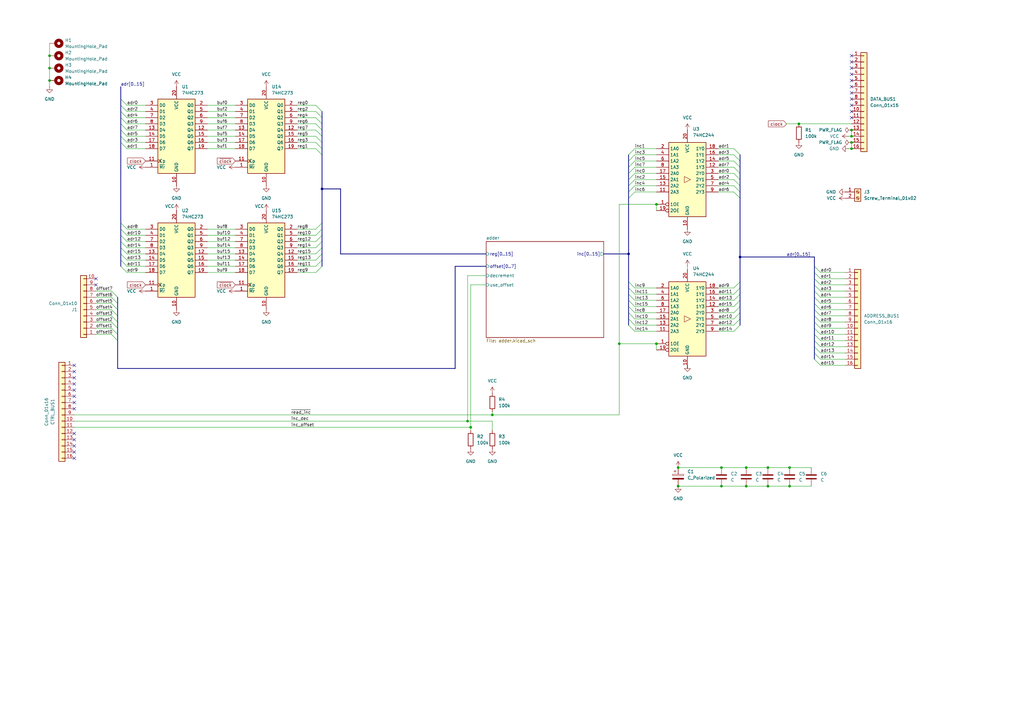
<source format=kicad_sch>
(kicad_sch (version 20250114) (generator "eeschema") (generator_version "9.0")
  (paper "A3")
  (title_block (title "PC-03 Increment Unit") (date "2025-10-28") (rev "B"))
  (lib_symbols
    (symbol "74xx:74HC244"
      (property "Reference" "U" (at -7.62 16.51 0))
      (property "Value" "74HC244" (at -7.62 -16.51 0))
      (symbol "74HC244_1_0"
        (polyline (pts (xy 1.27 0) (xy -1.27 1.27) (xy -1.27 -1.27) (xy 1.27 0)) (stroke (width 0.1524)))
        (pin input line (at -12.7 12.7 0) (length 5.08) (name "1A0") (number "2"))
        (pin input line (at -12.7 10.16 0) (length 5.08) (name "1A1") (number "4"))
        (pin input line (at -12.7 7.62 0) (length 5.08) (name "1A2") (number "6"))
        (pin input line (at -12.7 5.08 0) (length 5.08) (name "1A3") (number "8"))
        (pin input line (at -12.7 2.54 0) (length 5.08) (name "2A0") (number "17"))
        (pin input line (at -12.7 0 0) (length 5.08) (name "2A1") (number "15"))
        (pin input line (at -12.7 -2.54 0) (length 5.08) (name "2A2") (number "13"))
        (pin input line (at -12.7 -5.08 0) (length 5.08) (name "2A3") (number "11"))
        (pin input inverted (at -12.7 -10.16 0) (length 5.08) (name "1OE") (number "1"))
        (pin input inverted (at -12.7 -12.7 0) (length 5.08) (name "2OE") (number "19"))
        (pin power_in line (at 0 20.32 270) (length 5.08) (name "VCC") (number "20"))
        (pin power_in line (at 0 -20.32 90) (length 5.08) (name "GND") (number "10"))
        (pin tri_state line (at 12.7 12.7 180) (length 5.08) (name "1Y0") (number "18"))
        (pin tri_state line (at 12.7 10.16 180) (length 5.08) (name "1Y1") (number "16"))
        (pin tri_state line (at 12.7 7.62 180) (length 5.08) (name "1Y2") (number "14"))
        (pin tri_state line (at 12.7 5.08 180) (length 5.08) (name "1Y3") (number "12"))
        (pin tri_state line (at 12.7 2.54 180) (length 5.08) (name "2Y0") (number "3"))
        (pin tri_state line (at 12.7 0 180) (length 5.08) (name "2Y1") (number "5"))
        (pin tri_state line (at 12.7 -2.54 180) (length 5.08) (name "2Y2") (number "7"))
        (pin tri_state line (at 12.7 -5.08 180) (length 5.08) (name "2Y3") (number "9"))
      )
      (symbol "74HC244_1_1"
        (rectangle (start -7.62 15.24) (end 7.62 -15.24) (stroke (width 0.254)) (fill (type background)))
      )
    )
    (symbol "74xx:74HC273"
      (property "Reference" "U" (at -7.62 16.51 0))
      (property "Value" "74HC273" (at -7.62 -16.51 0))
      (symbol "74HC273_1_0"
        (pin input line (at -12.7 12.7 0) (length 5.08) (name "D0") (number "3"))
        (pin input line (at -12.7 10.16 0) (length 5.08) (name "D1") (number "4"))
        (pin input line (at -12.7 7.62 0) (length 5.08) (name "D2") (number "7"))
        (pin input line (at -12.7 5.08 0) (length 5.08) (name "D3") (number "8"))
        (pin input line (at -12.7 2.54 0) (length 5.08) (name "D4") (number "13"))
        (pin input line (at -12.7 0 0) (length 5.08) (name "D5") (number "14"))
        (pin input line (at -12.7 -2.54 0) (length 5.08) (name "D6") (number "17"))
        (pin input line (at -12.7 -5.08 0) (length 5.08) (name "D7") (number "18"))
        (pin input clock (at -12.7 -10.16 0) (length 5.08) (name "Cp") (number "11"))
        (pin input line (at -12.7 -12.7 0) (length 5.08) (name "~{Mr}") (number "1"))
        (pin power_in line (at 0 20.32 270) (length 5.08) (name "VCC") (number "20"))
        (pin power_in line (at 0 -20.32 90) (length 5.08) (name "GND") (number "10"))
        (pin output line (at 12.7 12.7 180) (length 5.08) (name "Q0") (number "2"))
        (pin output line (at 12.7 10.16 180) (length 5.08) (name "Q1") (number "5"))
        (pin output line (at 12.7 7.62 180) (length 5.08) (name "Q2") (number "6"))
        (pin output line (at 12.7 5.08 180) (length 5.08) (name "Q3") (number "9"))
        (pin output line (at 12.7 2.54 180) (length 5.08) (name "Q4") (number "12"))
        (pin output line (at 12.7 0 180) (length 5.08) (name "Q5") (number "15"))
        (pin output line (at 12.7 -2.54 180) (length 5.08) (name "Q6") (number "16"))
        (pin output line (at 12.7 -5.08 180) (length 5.08) (name "Q7") (number "19"))
      )
      (symbol "74HC273_1_1"
        (rectangle (start -7.62 15.24) (end 7.62 -15.24) (stroke (width 0.254)) (fill (type background)))
      )
    )
    (symbol "Connector:Screw_Terminal_01x02" (pin_names (offset 1.016) (hide yes))
      (property "Reference" "J" (at 0 2.54 0))
      (property "Value" "Screw_Terminal_01x02" (at 0 -5.08 0))
      (symbol "Screw_Terminal_01x02_1_1"
        (rectangle (start -1.27 1.27) (end 1.27 -3.81) (stroke (width 0.254)) (fill (type background)))
        (polyline (pts (xy -0.5334 0.3302) (xy 0.3302 -0.508)) (stroke (width 0.1524)))
        (polyline (pts (xy -0.5334 -2.2098) (xy 0.3302 -3.048)) (stroke (width 0.1524)))
        (polyline (pts (xy -0.3556 0.508) (xy 0.508 -0.3302)) (stroke (width 0.1524)))
        (polyline (pts (xy -0.3556 -2.032) (xy 0.508 -2.8702)) (stroke (width 0.1524)))
        (circle (center 0 0) (radius 0.635) (stroke (width 0.1524)))
        (circle (center 0 -2.54) (radius 0.635) (stroke (width 0.1524)))
        (pin passive line (at -5.08 0 0) (length 3.81) (name "Pin_1") (number "1"))
        (pin passive line (at -5.08 -2.54 0) (length 3.81) (name "Pin_2") (number "2"))
      )
    )
    (symbol "Connector_Generic:Conn_01x10" (pin_names (offset 1.016) (hide yes))
      (property "Reference" "J" (at 0 12.7 0))
      (property "Value" "Conn_01x10" (at 0 -15.24 0))
      (symbol "Conn_01x10_1_1"
        (rectangle (start -1.27 11.43) (end 1.27 -13.97) (stroke (width 0.254)) (fill (type background)))
        (rectangle (start -1.27 10.287) (end 0 10.033) (stroke (width 0.1524)))
        (rectangle (start -1.27 7.747) (end 0 7.493) (stroke (width 0.1524)))
        (rectangle (start -1.27 5.207) (end 0 4.953) (stroke (width 0.1524)))
        (rectangle (start -1.27 2.667) (end 0 2.413) (stroke (width 0.1524)))
        (rectangle (start -1.27 0.127) (end 0 -0.127) (stroke (width 0.1524)))
        (rectangle (start -1.27 -2.413) (end 0 -2.667) (stroke (width 0.1524)))
        (rectangle (start -1.27 -4.953) (end 0 -5.207) (stroke (width 0.1524)))
        (rectangle (start -1.27 -7.493) (end 0 -7.747) (stroke (width 0.1524)))
        (rectangle (start -1.27 -10.033) (end 0 -10.287) (stroke (width 0.1524)))
        (rectangle (start -1.27 -12.573) (end 0 -12.827) (stroke (width 0.1524)))
        (pin passive line (at -5.08 10.16 0) (length 3.81) (name "Pin_1") (number "1"))
        (pin passive line (at -5.08 7.62 0) (length 3.81) (name "Pin_2") (number "2"))
        (pin passive line (at -5.08 5.08 0) (length 3.81) (name "Pin_3") (number "3"))
        (pin passive line (at -5.08 2.54 0) (length 3.81) (name "Pin_4") (number "4"))
        (pin passive line (at -5.08 0 0) (length 3.81) (name "Pin_5") (number "5"))
        (pin passive line (at -5.08 -2.54 0) (length 3.81) (name "Pin_6") (number "6"))
        (pin passive line (at -5.08 -5.08 0) (length 3.81) (name "Pin_7") (number "7"))
        (pin passive line (at -5.08 -7.62 0) (length 3.81) (name "Pin_8") (number "8"))
        (pin passive line (at -5.08 -10.16 0) (length 3.81) (name "Pin_9") (number "9"))
        (pin passive line (at -5.08 -12.7 0) (length 3.81) (name "Pin_10") (number "10"))
      )
    )
    (symbol "Connector_Generic:Conn_01x16" (pin_names (offset 1.016) (hide yes))
      (property "Reference" "J" (at 0 20.32 0))
      (property "Value" "Conn_01x16" (at 0 -22.86 0))
      (symbol "Conn_01x16_1_1"
        (rectangle (start -1.27 19.05) (end 1.27 -21.59) (stroke (width 0.254)) (fill (type background)))
        (rectangle (start -1.27 17.907) (end 0 17.653) (stroke (width 0.1524)))
        (rectangle (start -1.27 15.367) (end 0 15.113) (stroke (width 0.1524)))
        (rectangle (start -1.27 12.827) (end 0 12.573) (stroke (width 0.1524)))
        (rectangle (start -1.27 10.287) (end 0 10.033) (stroke (width 0.1524)))
        (rectangle (start -1.27 7.747) (end 0 7.493) (stroke (width 0.1524)))
        (rectangle (start -1.27 5.207) (end 0 4.953) (stroke (width 0.1524)))
        (rectangle (start -1.27 2.667) (end 0 2.413) (stroke (width 0.1524)))
        (rectangle (start -1.27 0.127) (end 0 -0.127) (stroke (width 0.1524)))
        (rectangle (start -1.27 -2.413) (end 0 -2.667) (stroke (width 0.1524)))
        (rectangle (start -1.27 -4.953) (end 0 -5.207) (stroke (width 0.1524)))
        (rectangle (start -1.27 -7.493) (end 0 -7.747) (stroke (width 0.1524)))
        (rectangle (start -1.27 -10.033) (end 0 -10.287) (stroke (width 0.1524)))
        (rectangle (start -1.27 -12.573) (end 0 -12.827) (stroke (width 0.1524)))
        (rectangle (start -1.27 -15.113) (end 0 -15.367) (stroke (width 0.1524)))
        (rectangle (start -1.27 -17.653) (end 0 -17.907) (stroke (width 0.1524)))
        (rectangle (start -1.27 -20.193) (end 0 -20.447) (stroke (width 0.1524)))
        (pin passive line (at -5.08 17.78 0) (length 3.81) (name "Pin_1") (number "1"))
        (pin passive line (at -5.08 15.24 0) (length 3.81) (name "Pin_2") (number "2"))
        (pin passive line (at -5.08 12.7 0) (length 3.81) (name "Pin_3") (number "3"))
        (pin passive line (at -5.08 10.16 0) (length 3.81) (name "Pin_4") (number "4"))
        (pin passive line (at -5.08 7.62 0) (length 3.81) (name "Pin_5") (number "5"))
        (pin passive line (at -5.08 5.08 0) (length 3.81) (name "Pin_6") (number "6"))
        (pin passive line (at -5.08 2.54 0) (length 3.81) (name "Pin_7") (number "7"))
        (pin passive line (at -5.08 0 0) (length 3.81) (name "Pin_8") (number "8"))
        (pin passive line (at -5.08 -2.54 0) (length 3.81) (name "Pin_9") (number "9"))
        (pin passive line (at -5.08 -5.08 0) (length 3.81) (name "Pin_10") (number "10"))
        (pin passive line (at -5.08 -7.62 0) (length 3.81) (name "Pin_11") (number "11"))
        (pin passive line (at -5.08 -10.16 0) (length 3.81) (name "Pin_12") (number "12"))
        (pin passive line (at -5.08 -12.7 0) (length 3.81) (name "Pin_13") (number "13"))
        (pin passive line (at -5.08 -15.24 0) (length 3.81) (name "Pin_14") (number "14"))
        (pin passive line (at -5.08 -17.78 0) (length 3.81) (name "Pin_15") (number "15"))
        (pin passive line (at -5.08 -20.32 0) (length 3.81) (name "Pin_16") (number "16"))
      )
    )
    (symbol "Device:C" (pin_numbers (hide yes)) (pin_names (offset 0.254))
      (property "Reference" "C" (at 0.635 2.54 0))
      (property "Value" "C" (at 0.635 -2.54 0))
      (symbol "C_0_1"
        (polyline (pts (xy -2.032 0.762) (xy 2.032 0.762)) (stroke (width 0.508)))
        (polyline (pts (xy -2.032 -0.762) (xy 2.032 -0.762)) (stroke (width 0.508)))
      )
      (symbol "C_1_1"
        (pin passive line (at 0 3.81 270) (length 2.794) (name "~") (number "1"))
        (pin passive line (at 0 -3.81 90) (length 2.794) (name "~") (number "2"))
      )
    )
    (symbol "Device:C_Polarized" (pin_numbers (hide yes)) (pin_names (offset 0.254))
      (property "Reference" "C" (at 0.635 2.54 0))
      (property "Value" "C_Polarized" (at 0.635 -2.54 0))
      (symbol "C_Polarized_0_1"
        (rectangle (start -2.286 0.508) (end 2.286 1.016))
        (polyline (pts (xy -1.778 2.286) (xy -0.762 2.286)))
        (polyline (pts (xy -1.27 2.794) (xy -1.27 1.778)))
        (rectangle (start 2.286 -0.508) (end -2.286 -1.016) (fill (type outline)))
      )
      (symbol "C_Polarized_1_1"
        (pin passive line (at 0 3.81 270) (length 2.794) (name "~") (number "1"))
        (pin passive line (at 0 -3.81 90) (length 2.794) (name "~") (number "2"))
      )
    )
    (symbol "Device:R" (pin_numbers (hide yes)) (pin_names (offset 0))
      (property "Reference" "R" (at 2.032 0 90))
      (property "Value" "R" (at 0 0 90))
      (symbol "R_0_1"
        (rectangle (start -1.016 -2.54) (end 1.016 2.54) (stroke (width 0.254)))
      )
      (symbol "R_1_1"
        (pin passive line (at 0 3.81 270) (length 1.27) (name "~") (number "1"))
        (pin passive line (at 0 -3.81 90) (length 1.27) (name "~") (number "2"))
      )
    )
    (symbol "Mechanical:MountingHole_Pad" (pin_numbers (hide yes)) (pin_names (offset 1.016) (hide yes)) (exclude_from_sim yes) (in_bom no)
      (property "Reference" "H" (at 0 6.35 0))
      (property "Value" "MountingHole_Pad" (at 0 4.445 0))
      (symbol "MountingHole_Pad_0_1"
        (circle (center 0 1.27) (radius 1.27) (stroke (width 1.27)))
      )
      (symbol "MountingHole_Pad_1_1"
        (pin input line (at 0 -2.54 90) (length 2.54) (name "1") (number "1"))
      )
    )
    (symbol "power:GND" (power) (pin_numbers (hide yes)) (pin_names (offset 0) (hide yes))
      (property "Value" "GND" (at 0 -3.81 0))
      (symbol "GND_0_1"
        (polyline (pts (xy 0 0) (xy 0 -1.27) (xy 1.27 -1.27) (xy 0 -2.54) (xy -1.27 -1.27) (xy 0 -1.27)))
      )
      (symbol "GND_1_1"
        (pin power_in line (at 0 0 270) (length 0) (name "~") (number "1"))
      )
    )
    (symbol "power:PWR_FLAG" (power) (pin_numbers (hide yes)) (pin_names (offset 0) (hide yes))
      (property "Value" "PWR_FLAG" (at 0 3.81 0))
      (symbol "PWR_FLAG_0_0"
        (pin power_out line (at 0 0 90) (length 0) (name "~") (number "1"))
      )
      (symbol "PWR_FLAG_0_1"
        (polyline (pts (xy 0 0) (xy 0 1.27) (xy -1.016 1.905) (xy 0 2.54) (xy 1.016 1.905) (xy 0 1.27)))
      )
    )
    (symbol "power:VCC" (power) (pin_numbers (hide yes)) (pin_names (offset 0) (hide yes))
      (property "Value" "VCC" (at 0 3.556 0))
      (symbol "VCC_0_1"
        (polyline (pts (xy -0.762 1.27) (xy 0 2.54)))
        (polyline (pts (xy 0 2.54) (xy 0.762 1.27)))
        (polyline (pts (xy 0 0) (xy 0 2.54)))
      )
      (symbol "VCC_1_1"
        (pin power_in line (at 0 0 90) (length 0) (name "~") (number "1"))
      )
    )
  )
  (junction (at 349.25 53.34))
  (junction (at 20.32 33.02))
  (junction (at 278.13 191.77))
  (junction (at 323.85 191.77))
  (junction (at 269.24 140.97))
  (junction (at 20.32 27.94))
  (junction (at 257.81 104.14))
  (junction (at 314.96 199.39))
  (junction (at 323.85 199.39))
  (junction (at 132.08 77.47))
  (junction (at 306.07 191.77))
  (junction (at 191.77 172.72))
  (junction (at 254 140.97))
  (junction (at 303.53 105.41))
  (junction (at 20.32 22.86))
  (junction (at 295.91 191.77))
  (junction (at 349.25 55.88))
  (junction (at 349.25 60.96))
  (junction (at 349.25 58.42))
  (junction (at 327.66 50.8))
  (junction (at 306.07 199.39))
  (junction (at 278.13 199.39))
  (junction (at 269.24 83.82))
  (junction (at 193.04 175.26))
  (junction (at 295.91 199.39))
  (junction (at 314.96 191.77))
  (junction (at 201.93 170.18))
  (no_connect (at 349.25 43.18))
  (no_connect (at 30.48 177.8))
  (no_connect (at 30.48 185.42))
  (no_connect (at 39.37 114.3))
  (no_connect (at 349.25 45.72))
  (no_connect (at 30.48 154.94))
  (no_connect (at 30.48 152.4))
  (no_connect (at 349.25 22.86))
  (no_connect (at 349.25 27.94))
  (no_connect (at 30.48 162.56))
  (no_connect (at 30.48 187.96))
  (no_connect (at 349.25 30.48))
  (no_connect (at 30.48 149.86))
  (no_connect (at 349.25 33.02))
  (no_connect (at 349.25 25.4))
  (no_connect (at 30.48 180.34))
  (no_connect (at 349.25 40.64))
  (no_connect (at 30.48 157.48))
  (no_connect (at 39.37 116.84))
  (no_connect (at 30.48 160.02))
  (no_connect (at 349.25 38.1))
  (no_connect (at 30.48 167.64))
  (no_connect (at 349.25 48.26))
  (no_connect (at 349.25 35.56))
  (no_connect (at 30.48 165.1))
  (no_connect (at 30.48 182.88))
  (bus_entry (at 132.08 96.52) (size -2.54 2.54))
  (bus_entry (at 48.26 137.16) (size -2.54 -2.54))
  (bus_entry (at 303.53 73.66) (size -2.54 -2.54))
  (bus_entry (at 48.26 121.92) (size -2.54 -2.54))
  (bus_entry (at 132.08 45.72) (size -2.54 -2.54))
  (bus_entry (at 257.81 81.28) (size 2.54 -2.54))
  (bus_entry (at 334.01 127) (size 2.54 2.54))
  (bus_entry (at 49.53 55.88) (size 2.54 2.54))
  (bus_entry (at 303.53 76.2) (size -2.54 -2.54))
  (bus_entry (at 257.81 120.65) (size 2.54 2.54))
  (bus_entry (at 334.01 142.24) (size 2.54 2.54))
  (bus_entry (at 49.53 91.44) (size 2.54 2.54))
  (bus_entry (at 303.53 123.19) (size -2.54 2.54))
  (bus_entry (at 132.08 109.22) (size -2.54 2.54))
  (bus_entry (at 132.08 60.96) (size -2.54 -2.54))
  (bus_entry (at 303.53 125.73) (size -2.54 2.54))
  (bus_entry (at 334.01 132.08) (size 2.54 2.54))
  (bus_entry (at 303.53 63.5) (size -2.54 -2.54))
  (bus_entry (at 257.81 115.57) (size 2.54 2.54))
  (bus_entry (at 132.08 53.34) (size -2.54 -2.54))
  (bus_entry (at 48.26 132.08) (size -2.54 -2.54))
  (bus_entry (at 132.08 55.88) (size -2.54 -2.54))
  (bus_entry (at 334.01 139.7) (size 2.54 2.54))
  (bus_entry (at 257.81 78.74) (size 2.54 -2.54))
  (bus_entry (at 303.53 118.11) (size -2.54 2.54))
  (bus_entry (at 334.01 111.76) (size 2.54 2.54))
  (bus_entry (at 303.53 133.35) (size -2.54 2.54))
  (bus_entry (at 48.26 134.62) (size -2.54 -2.54))
  (bus_entry (at 334.01 147.32) (size 2.54 2.54))
  (bus_entry (at 49.53 40.64) (size 2.54 2.54))
  (bus_entry (at 303.53 71.12) (size -2.54 -2.54))
  (bus_entry (at 334.01 121.92) (size 2.54 2.54))
  (bus_entry (at 132.08 101.6) (size -2.54 2.54))
  (bus_entry (at 334.01 129.54) (size 2.54 2.54))
  (bus_entry (at 48.26 139.7) (size -2.54 -2.54))
  (bus_entry (at 49.53 58.42) (size 2.54 2.54))
  (bus_entry (at 303.53 81.28) (size -2.54 -2.54))
  (bus_entry (at 334.01 119.38) (size 2.54 2.54))
  (bus_entry (at 48.26 124.46) (size -2.54 -2.54))
  (bus_entry (at 303.53 66.04) (size -2.54 -2.54))
  (bus_entry (at 257.81 133.35) (size 2.54 2.54))
  (bus_entry (at 334.01 116.84) (size 2.54 2.54))
  (bus_entry (at 334.01 144.78) (size 2.54 2.54))
  (bus_entry (at 49.53 106.68) (size 2.54 2.54))
  (bus_entry (at 257.81 128.27) (size 2.54 2.54))
  (bus_entry (at 132.08 48.26) (size -2.54 -2.54))
  (bus_entry (at 132.08 91.44) (size -2.54 2.54))
  (bus_entry (at 132.08 58.42) (size -2.54 -2.54))
  (bus_entry (at 257.81 130.81) (size 2.54 2.54))
  (bus_entry (at 132.08 93.98) (size -2.54 2.54))
  (bus_entry (at 49.53 53.34) (size 2.54 2.54))
  (bus_entry (at 257.81 76.2) (size 2.54 -2.54))
  (bus_entry (at 49.53 96.52) (size 2.54 2.54))
  (bus_entry (at 257.81 63.5) (size 2.54 -2.54))
  (bus_entry (at 48.26 129.54) (size -2.54 -2.54))
  (bus_entry (at 257.81 66.04) (size 2.54 -2.54))
  (bus_entry (at 49.53 93.98) (size 2.54 2.54))
  (bus_entry (at 334.01 114.3) (size 2.54 2.54))
  (bus_entry (at 303.53 128.27) (size -2.54 2.54))
  (bus_entry (at 303.53 115.57) (size -2.54 2.54))
  (bus_entry (at 257.81 125.73) (size 2.54 2.54))
  (bus_entry (at 303.53 120.65) (size -2.54 2.54))
  (bus_entry (at 334.01 137.16) (size 2.54 2.54))
  (bus_entry (at 49.53 101.6) (size 2.54 2.54))
  (bus_entry (at 49.53 104.14) (size 2.54 2.54))
  (bus_entry (at 257.81 68.58) (size 2.54 -2.54))
  (bus_entry (at 49.53 99.06) (size 2.54 2.54))
  (bus_entry (at 49.53 43.18) (size 2.54 2.54))
  (bus_entry (at 49.53 45.72) (size 2.54 2.54))
  (bus_entry (at 132.08 104.14) (size -2.54 2.54))
  (bus_entry (at 132.08 50.8) (size -2.54 -2.54))
  (bus_entry (at 257.81 73.66) (size 2.54 -2.54))
  (bus_entry (at 132.08 106.68) (size -2.54 2.54))
  (bus_entry (at 257.81 118.11) (size 2.54 2.54))
  (bus_entry (at 49.53 109.22) (size 2.54 2.54))
  (bus_entry (at 303.53 130.81) (size -2.54 2.54))
  (bus_entry (at 257.81 71.12) (size 2.54 -2.54))
  (bus_entry (at 334.01 124.46) (size 2.54 2.54))
  (bus_entry (at 334.01 134.62) (size 2.54 2.54))
  (bus_entry (at 48.26 127) (size -2.54 -2.54))
  (bus_entry (at 49.53 50.8) (size 2.54 2.54))
  (bus_entry (at 303.53 78.74) (size -2.54 -2.54))
  (bus_entry (at 303.53 68.58) (size -2.54 -2.54))
  (bus_entry (at 132.08 63.5) (size -2.54 -2.54))
  (bus_entry (at 334.01 109.22) (size 2.54 2.54))
  (bus_entry (at 257.81 123.19) (size 2.54 2.54))
  (bus_entry (at 132.08 99.06) (size -2.54 2.54))
  (bus_entry (at 49.53 48.26) (size 2.54 2.54))
  (bus (pts (xy 49.53 93.98) (xy 49.53 96.52)))
  (bus (pts (xy 303.53 105.41) (xy 303.53 115.57)))
  (wire (pts (xy 327.66 50.8) (xy 349.25 50.8)))
  (bus (pts (xy 303.53 63.5) (xy 303.53 66.04)))
  (wire (pts (xy 306.07 199.39) (xy 314.96 199.39)))
  (bus (pts (xy 49.53 50.8) (xy 49.53 53.34)))
  (wire (pts (xy 52.07 106.68) (xy 59.69 106.68)))
  (bus (pts (xy 303.53 125.73) (xy 303.53 128.27)))
  (wire (pts (xy 336.55 111.76) (xy 346.71 111.76)))
  (wire (pts (xy 336.55 124.46) (xy 346.71 124.46)))
  (bus (pts (xy 49.53 91.44) (xy 49.53 93.98)))
  (wire (pts (xy 52.07 60.96) (xy 59.69 60.96)))
  (bus (pts (xy 257.81 104.14) (xy 257.81 115.57)))
  (wire (pts (xy 30.48 170.18) (xy 201.93 170.18)))
  (bus (pts (xy 334.01 139.7) (xy 334.01 142.24)))
  (wire (pts (xy 254 140.97) (xy 254 83.82)))
  (bus (pts (xy 132.08 58.42) (xy 132.08 60.96)))
  (wire (pts (xy 96.52 55.88) (xy 85.09 55.88)))
  (wire (pts (xy 347.98 60.96) (xy 349.25 60.96)))
  (wire (pts (xy 96.52 93.98) (xy 85.09 93.98)))
  (wire (pts (xy 39.37 121.92) (xy 45.72 121.92)))
  (wire (pts (xy 52.07 111.76) (xy 59.69 111.76)))
  (wire (pts (xy 52.07 101.6) (xy 59.69 101.6)))
  (bus (pts (xy 132.08 99.06) (xy 132.08 101.6)))
  (wire (pts (xy 96.52 53.34) (xy 85.09 53.34)))
  (bus (pts (xy 257.81 73.66) (xy 257.81 76.2)))
  (wire (pts (xy 306.07 191.77) (xy 314.96 191.77)))
  (bus (pts (xy 199.39 104.14) (xy 139.7 104.14)))
  (bus (pts (xy 132.08 77.47) (xy 132.08 91.44)))
  (wire (pts (xy 278.13 199.39) (xy 295.91 199.39)))
  (bus (pts (xy 257.81 118.11) (xy 257.81 120.65)))
  (wire (pts (xy 121.92 45.72) (xy 129.54 45.72)))
  (bus (pts (xy 49.53 58.42) (xy 49.53 91.44)))
  (bus (pts (xy 303.53 120.65) (xy 303.53 123.19)))
  (wire (pts (xy 201.93 170.18) (xy 254 170.18)))
  (wire (pts (xy 121.92 48.26) (xy 129.54 48.26)))
  (wire (pts (xy 269.24 83.82) (xy 269.24 86.36)))
  (wire (pts (xy 52.07 45.72) (xy 59.69 45.72)))
  (bus (pts (xy 48.26 124.46) (xy 48.26 127)))
  (bus (pts (xy 334.01 114.3) (xy 334.01 116.84)))
  (wire (pts (xy 294.64 68.58) (xy 300.99 68.58)))
  (bus (pts (xy 132.08 50.8) (xy 132.08 53.34)))
  (bus (pts (xy 257.81 71.12) (xy 257.81 73.66)))
  (bus (pts (xy 334.01 129.54) (xy 334.01 132.08)))
  (bus (pts (xy 132.08 101.6) (xy 132.08 104.14)))
  (bus (pts (xy 139.7 104.14) (xy 139.7 77.47)))
  (wire (pts (xy 191.77 172.72) (xy 191.77 113.03)))
  (bus (pts (xy 257.81 63.5) (xy 257.81 66.04)))
  (wire (pts (xy 121.92 109.22) (xy 129.54 109.22)))
  (bus (pts (xy 49.53 45.72) (xy 49.53 48.26)))
  (wire (pts (xy 336.55 139.7) (xy 346.71 139.7)))
  (wire (pts (xy 336.55 149.86) (xy 346.71 149.86)))
  (bus (pts (xy 48.26 132.08) (xy 48.26 134.62)))
  (wire (pts (xy 336.55 114.3) (xy 346.71 114.3)))
  (wire (pts (xy 260.35 118.11) (xy 269.24 118.11)))
  (wire (pts (xy 201.93 172.72) (xy 201.93 176.53)))
  (bus (pts (xy 132.08 53.34) (xy 132.08 55.88)))
  (bus (pts (xy 132.08 55.88) (xy 132.08 58.42)))
  (wire (pts (xy 336.55 116.84) (xy 346.71 116.84)))
  (wire (pts (xy 294.64 135.89) (xy 300.99 135.89)))
  (bus (pts (xy 303.53 118.11) (xy 303.53 120.65)))
  (bus (pts (xy 257.81 125.73) (xy 257.81 128.27)))
  (wire (pts (xy 20.32 27.94) (xy 20.32 33.02)))
  (bus (pts (xy 48.26 137.16) (xy 48.26 139.7)))
  (wire (pts (xy 20.32 17.78) (xy 20.32 22.86)))
  (wire (pts (xy 336.55 127) (xy 346.71 127)))
  (bus (pts (xy 49.53 40.64) (xy 49.53 43.18)))
  (wire (pts (xy 121.92 101.6) (xy 129.54 101.6)))
  (wire (pts (xy 96.52 43.18) (xy 85.09 43.18)))
  (wire (pts (xy 52.07 104.14) (xy 59.69 104.14)))
  (wire (pts (xy 254 140.97) (xy 269.24 140.97)))
  (bus (pts (xy 247.65 104.14) (xy 257.81 104.14)))
  (bus (pts (xy 303.53 68.58) (xy 303.53 71.12)))
  (wire (pts (xy 39.37 127) (xy 45.72 127)))
  (wire (pts (xy 260.35 60.96) (xy 269.24 60.96)))
  (wire (pts (xy 260.35 71.12) (xy 269.24 71.12)))
  (bus (pts (xy 132.08 91.44) (xy 132.08 93.98)))
  (wire (pts (xy 254 83.82) (xy 269.24 83.82)))
  (bus (pts (xy 303.53 81.28) (xy 303.53 105.41)))
  (bus (pts (xy 186.69 109.22) (xy 199.39 109.22)))
  (bus (pts (xy 303.53 66.04) (xy 303.53 68.58)))
  (wire (pts (xy 96.52 96.52) (xy 85.09 96.52)))
  (wire (pts (xy 52.07 96.52) (xy 59.69 96.52)))
  (wire (pts (xy 260.35 66.04) (xy 269.24 66.04)))
  (bus (pts (xy 48.26 139.7) (xy 48.26 151.13)))
  (wire (pts (xy 39.37 124.46) (xy 45.72 124.46)))
  (wire (pts (xy 260.35 133.35) (xy 269.24 133.35)))
  (bus (pts (xy 132.08 48.26) (xy 132.08 50.8)))
  (wire (pts (xy 336.55 129.54) (xy 346.71 129.54)))
  (bus (pts (xy 132.08 60.96) (xy 132.08 63.5)))
  (wire (pts (xy 193.04 116.84) (xy 193.04 175.26)))
  (bus (pts (xy 334.01 127) (xy 334.01 129.54)))
  (wire (pts (xy 294.64 133.35) (xy 300.99 133.35)))
  (bus (pts (xy 334.01 124.46) (xy 334.01 127)))
  (wire (pts (xy 52.07 48.26) (xy 59.69 48.26)))
  (bus (pts (xy 303.53 73.66) (xy 303.53 76.2)))
  (bus (pts (xy 132.08 106.68) (xy 132.08 109.22)))
  (wire (pts (xy 336.55 142.24) (xy 346.71 142.24)))
  (wire (pts (xy 52.07 53.34) (xy 59.69 53.34)))
  (bus (pts (xy 257.81 130.81) (xy 257.81 133.35)))
  (bus (pts (xy 48.26 129.54) (xy 48.26 132.08)))
  (wire (pts (xy 336.55 132.08) (xy 346.71 132.08)))
  (wire (pts (xy 121.92 111.76) (xy 129.54 111.76)))
  (wire (pts (xy 294.64 128.27) (xy 300.99 128.27)))
  (bus (pts (xy 303.53 71.12) (xy 303.53 73.66)))
  (wire (pts (xy 96.52 111.76) (xy 85.09 111.76)))
  (wire (pts (xy 30.48 172.72) (xy 191.77 172.72)))
  (wire (pts (xy 336.55 137.16) (xy 346.71 137.16)))
  (wire (pts (xy 96.52 60.96) (xy 85.09 60.96)))
  (bus (pts (xy 334.01 111.76) (xy 334.01 114.3)))
  (bus (pts (xy 303.53 128.27) (xy 303.53 130.81)))
  (bus (pts (xy 48.26 127) (xy 48.26 129.54)))
  (wire (pts (xy 121.92 55.88) (xy 129.54 55.88)))
  (bus (pts (xy 257.81 115.57) (xy 257.81 118.11)))
  (wire (pts (xy 281.94 110.49) (xy 281.94 109.22)))
  (bus (pts (xy 49.53 96.52) (xy 49.53 99.06)))
  (wire (pts (xy 294.64 76.2) (xy 300.99 76.2)))
  (bus (pts (xy 334.01 134.62) (xy 334.01 137.16)))
  (bus (pts (xy 186.69 109.22) (xy 186.69 151.13)))
  (wire (pts (xy 191.77 113.03) (xy 199.39 113.03)))
  (wire (pts (xy 314.96 191.77) (xy 323.85 191.77)))
  (wire (pts (xy 96.52 58.42) (xy 85.09 58.42)))
  (wire (pts (xy 260.35 73.66) (xy 269.24 73.66)))
  (wire (pts (xy 294.64 125.73) (xy 300.99 125.73)))
  (wire (pts (xy 96.52 106.68) (xy 85.09 106.68)))
  (bus (pts (xy 334.01 105.41) (xy 334.01 109.22)))
  (wire (pts (xy 336.55 147.32) (xy 346.71 147.32)))
  (wire (pts (xy 295.91 199.39) (xy 306.07 199.39)))
  (wire (pts (xy 121.92 106.68) (xy 129.54 106.68)))
  (bus (pts (xy 257.81 120.65) (xy 257.81 123.19)))
  (bus (pts (xy 334.01 109.22) (xy 334.01 111.76)))
  (wire (pts (xy 294.64 118.11) (xy 300.99 118.11)))
  (wire (pts (xy 260.35 68.58) (xy 269.24 68.58)))
  (wire (pts (xy 39.37 119.38) (xy 45.72 119.38)))
  (bus (pts (xy 132.08 104.14) (xy 132.08 106.68)))
  (wire (pts (xy 96.52 104.14) (xy 85.09 104.14)))
  (bus (pts (xy 49.53 104.14) (xy 49.53 106.68)))
  (bus (pts (xy 49.53 48.26) (xy 49.53 50.8)))
  (wire (pts (xy 295.91 191.77) (xy 306.07 191.77)))
  (wire (pts (xy 269.24 140.97) (xy 269.24 143.51)))
  (bus (pts (xy 303.53 78.74) (xy 303.53 81.28)))
  (bus (pts (xy 132.08 93.98) (xy 132.08 96.52)))
  (wire (pts (xy 294.64 71.12) (xy 300.99 71.12)))
  (wire (pts (xy 323.85 199.39) (xy 332.74 199.39)))
  (wire (pts (xy 347.98 55.88) (xy 349.25 55.88)))
  (wire (pts (xy 260.35 120.65) (xy 269.24 120.65)))
  (wire (pts (xy 336.55 119.38) (xy 346.71 119.38)))
  (wire (pts (xy 322.58 50.8) (xy 327.66 50.8)))
  (wire (pts (xy 121.92 99.06) (xy 129.54 99.06)))
  (wire (pts (xy 121.92 50.8) (xy 129.54 50.8)))
  (bus (pts (xy 334.01 132.08) (xy 334.01 134.62)))
  (bus (pts (xy 132.08 63.5) (xy 132.08 77.47)))
  (bus (pts (xy 257.81 78.74) (xy 257.81 81.28)))
  (wire (pts (xy 121.92 96.52) (xy 129.54 96.52)))
  (wire (pts (xy 336.55 134.62) (xy 346.71 134.62)))
  (wire (pts (xy 96.52 99.06) (xy 85.09 99.06)))
  (bus (pts (xy 303.53 130.81) (xy 303.53 133.35)))
  (wire (pts (xy 294.64 78.74) (xy 300.99 78.74)))
  (wire (pts (xy 191.77 172.72) (xy 201.93 172.72)))
  (bus (pts (xy 48.26 121.92) (xy 48.26 124.46)))
  (wire (pts (xy 96.52 109.22) (xy 85.09 109.22)))
  (wire (pts (xy 254 170.18) (xy 254 140.97)))
  (wire (pts (xy 336.55 144.78) (xy 346.71 144.78)))
  (bus (pts (xy 48.26 134.62) (xy 48.26 137.16)))
  (wire (pts (xy 260.35 63.5) (xy 269.24 63.5)))
  (wire (pts (xy 199.39 116.84) (xy 193.04 116.84)))
  (bus (pts (xy 49.53 101.6) (xy 49.53 104.14)))
  (bus (pts (xy 303.53 123.19) (xy 303.53 125.73)))
  (bus (pts (xy 257.81 66.04) (xy 257.81 68.58)))
  (wire (pts (xy 121.92 43.18) (xy 129.54 43.18)))
  (bus (pts (xy 334.01 144.78) (xy 334.01 147.32)))
  (wire (pts (xy 294.64 123.19) (xy 300.99 123.19)))
  (wire (pts (xy 314.96 199.39) (xy 323.85 199.39)))
  (wire (pts (xy 96.52 48.26) (xy 85.09 48.26)))
  (wire (pts (xy 260.35 130.81) (xy 269.24 130.81)))
  (bus (pts (xy 334.01 137.16) (xy 334.01 139.7)))
  (wire (pts (xy 121.92 104.14) (xy 129.54 104.14)))
  (wire (pts (xy 121.92 60.96) (xy 129.54 60.96)))
  (wire (pts (xy 260.35 128.27) (xy 269.24 128.27)))
  (bus (pts (xy 186.69 151.13) (xy 48.26 151.13)))
  (bus (pts (xy 303.53 76.2) (xy 303.53 78.74)))
  (wire (pts (xy 52.07 50.8) (xy 59.69 50.8)))
  (wire (pts (xy 96.52 50.8) (xy 85.09 50.8)))
  (bus (pts (xy 49.53 43.18) (xy 49.53 45.72)))
  (bus (pts (xy 49.53 106.68) (xy 49.53 109.22)))
  (wire (pts (xy 52.07 109.22) (xy 59.69 109.22)))
  (wire (pts (xy 96.52 101.6) (xy 85.09 101.6)))
  (wire (pts (xy 349.25 58.42) (xy 349.25 60.96)))
  (wire (pts (xy 323.85 191.77) (xy 332.74 191.77)))
  (bus (pts (xy 257.81 68.58) (xy 257.81 71.12)))
  (bus (pts (xy 49.53 55.88) (xy 49.53 58.42)))
  (wire (pts (xy 96.52 45.72) (xy 85.09 45.72)))
  (wire (pts (xy 294.64 60.96) (xy 300.99 60.96)))
  (wire (pts (xy 278.13 191.77) (xy 295.91 191.77)))
  (bus (pts (xy 49.53 53.34) (xy 49.53 55.88)))
  (wire (pts (xy 193.04 176.53) (xy 193.04 175.26)))
  (wire (pts (xy 260.35 78.74) (xy 269.24 78.74)))
  (wire (pts (xy 260.35 123.19) (xy 269.24 123.19)))
  (wire (pts (xy 294.64 66.04) (xy 300.99 66.04)))
  (wire (pts (xy 39.37 132.08) (xy 45.72 132.08)))
  (bus (pts (xy 303.53 105.41) (xy 334.01 105.41)))
  (bus (pts (xy 49.53 35.56) (xy 49.53 40.64)))
  (bus (pts (xy 334.01 119.38) (xy 334.01 121.92)))
  (wire (pts (xy 349.25 53.34) (xy 349.25 55.88)))
  (wire (pts (xy 52.07 93.98) (xy 59.69 93.98)))
  (wire (pts (xy 30.48 175.26) (xy 193.04 175.26)))
  (wire (pts (xy 294.64 130.81) (xy 300.99 130.81)))
  (wire (pts (xy 52.07 55.88) (xy 59.69 55.88)))
  (wire (pts (xy 260.35 125.73) (xy 269.24 125.73)))
  (bus (pts (xy 257.81 76.2) (xy 257.81 78.74)))
  (bus (pts (xy 334.01 116.84) (xy 334.01 119.38)))
  (wire (pts (xy 39.37 129.54) (xy 45.72 129.54)))
  (bus (pts (xy 139.7 77.47) (xy 132.08 77.47)))
  (bus (pts (xy 132.08 45.72) (xy 132.08 48.26)))
  (bus (pts (xy 257.81 128.27) (xy 257.81 130.81)))
  (bus (pts (xy 303.53 115.57) (xy 303.53 118.11)))
  (wire (pts (xy 294.64 63.5) (xy 300.99 63.5)))
  (wire (pts (xy 201.93 168.91) (xy 201.93 170.18)))
  (wire (pts (xy 121.92 58.42) (xy 129.54 58.42)))
  (wire (pts (xy 20.32 35.56) (xy 20.32 33.02)))
  (wire (pts (xy 294.64 120.65) (xy 300.99 120.65)))
  (wire (pts (xy 281.94 151.13) (xy 281.94 149.86)))
  (bus (pts (xy 334.01 142.24) (xy 334.01 144.78)))
  (wire (pts (xy 52.07 43.18) (xy 59.69 43.18)))
  (wire (pts (xy 121.92 53.34) (xy 129.54 53.34)))
  (bus (pts (xy 257.81 123.19) (xy 257.81 125.73)))
  (wire (pts (xy 52.07 99.06) (xy 59.69 99.06)))
  (wire (pts (xy 20.32 22.86) (xy 20.32 27.94)))
  (wire (pts (xy 260.35 135.89) (xy 269.24 135.89)))
  (wire (pts (xy 294.64 73.66) (xy 300.99 73.66)))
  (wire (pts (xy 39.37 134.62) (xy 45.72 134.62)))
  (bus (pts (xy 49.53 99.06) (xy 49.53 101.6)))
  (wire (pts (xy 260.35 76.2) (xy 269.24 76.2)))
  (bus (pts (xy 334.01 121.92) (xy 334.01 124.46)))
  (wire (pts (xy 121.92 93.98) (xy 129.54 93.98)))
  (bus (pts (xy 257.81 81.28) (xy 257.81 104.14)))
  (wire (pts (xy 336.55 121.92) (xy 346.71 121.92)))
  (bus (pts (xy 132.08 96.52) (xy 132.08 99.06)))
  (wire (pts (xy 39.37 137.16) (xy 45.72 137.16)))
  (wire (pts (xy 52.07 58.42) (xy 59.69 58.42)))
  (label "adr14" (at 294.64 135.89 0))
  (label "adr14" (at 336.55 147.32 0))
  (label "adr10" (at 52.07 96.52 0))
  (label "adr[0..15]" (at 322.58 105.41 0))
  (label "adr9" (at 294.64 118.11 0))
  (label "adr5" (at 336.55 124.46 0))
  (label "adr2" (at 52.07 45.72 0))
  (label "buf11" (at 88.9 109.22 0))
  (label "reg5" (at 121.92 55.88 0))
  (label "adr13" (at 52.07 106.68 0))
  (label "adr1" (at 52.07 60.96 0))
  (label "buf7" (at 88.9 53.34 0))
  (label "inc0" (at 260.35 71.12 0))
  (label "adr13" (at 336.55 144.78 0))
  (label "adr8" (at 294.64 128.27 0))
  (label "reg0" (at 121.92 43.18 0))
  (label "reg8" (at 121.92 93.98 0))
  (label "adr11" (at 336.55 139.7 0))
  (label "adr2" (at 336.55 116.84 0))
  (label "inc7" (at 260.35 68.58 0))
  (label "buf9" (at 88.9 111.76 0))
  (label "buf10" (at 88.9 96.52 0))
  (label "adr10" (at 294.64 130.81 0))
  (label "adr6" (at 336.55 127 0))
  (label "adr7" (at 294.64 68.58 0))
  (label "reg4" (at 121.92 48.26 0))
  (label "inc2" (at 260.35 73.66 0))
  (label "reg6" (at 121.92 50.8 0))
  (label "inc9" (at 260.35 118.11 0))
  (label "inc_offset" (at 119.38 175.26 0))
  (label "buf12" (at 88.9 99.06 0))
  (label "reg1" (at 121.92 60.96 0))
  (label "adr15" (at 294.64 125.73 0))
  (label "offset4" (at 39.37 127 0))
  (label "inc8" (at 260.35 128.27 0))
  (label "offset1" (at 39.37 134.62 0))
  (label "offset3" (at 39.37 129.54 0))
  (label "buf6" (at 88.9 50.8 0))
  (label "buf14" (at 88.9 101.6 0))
  (label "adr6" (at 52.07 50.8 0))
  (label "adr8" (at 52.07 93.98 0))
  (label "offset5" (at 39.37 124.46 0))
  (label "adr5" (at 294.64 66.04 0))
  (label "adr14" (at 52.07 101.6 0))
  (label "offset6" (at 39.37 121.92 0))
  (label "inc13" (at 260.35 123.19 0))
  (label "reg7" (at 121.92 53.34 0))
  (label "adr5" (at 52.07 55.88 0))
  (label "adr12" (at 336.55 142.24 0))
  (label "adr1" (at 336.55 114.3 0))
  (label "adr4" (at 294.64 76.2 0))
  (label "adr0" (at 52.07 43.18 0))
  (label "inc3" (at 260.35 63.5 0))
  (label "inc10" (at 260.35 130.81 0))
  (label "adr0" (at 336.55 111.76 0))
  (label "adr3" (at 294.64 63.5 0))
  (label "adr7" (at 336.55 129.54 0))
  (label "inc12" (at 260.35 133.35 0))
  (label "reg15" (at 121.92 104.14 0))
  (label "buf5" (at 88.9 55.88 0))
  (label "buf13" (at 88.9 106.68 0))
  (label "inc_dec" (at 119.38 172.72 0))
  (label "inc11" (at 260.35 120.65 0))
  (label "offset0" (at 39.37 137.16 0))
  (label "adr8" (at 336.55 132.08 0))
  (label "reg2" (at 121.92 45.72 0))
  (label "buf0" (at 88.9 43.18 0))
  (label "reg13" (at 121.92 106.68 0))
  (label "inc14" (at 260.35 135.89 0))
  (label "inc1" (at 260.35 60.96 0))
  (label "adr3" (at 52.07 58.42 0))
  (label "offset7" (at 39.37 119.38 0))
  (label "adr11" (at 294.64 120.65 0))
  (label "~{read_inc}" (at 119.38 170.18 0))
  (label "reg14" (at 121.92 101.6 0))
  (label "adr15" (at 336.55 149.86 0))
  (label "adr4" (at 336.55 121.92 0))
  (label "adr1" (at 294.64 60.96 0))
  (label "adr13" (at 294.64 123.19 0))
  (label "inc4" (at 260.35 76.2 0))
  (label "buf3" (at 88.9 58.42 0))
  (label "adr10" (at 336.55 137.16 0))
  (label "reg12" (at 121.92 99.06 0))
  (label "buf2" (at 88.9 45.72 0))
  (label "offset2" (at 39.37 132.08 0))
  (label "adr6" (at 294.64 78.74 0))
  (label "inc5" (at 260.35 66.04 0))
  (label "adr9" (at 336.55 134.62 0))
  (label "reg10" (at 121.92 96.52 0))
  (label "adr0" (at 294.64 71.12 0))
  (label "adr9" (at 52.07 111.76 0))
  (label "adr7" (at 52.07 53.34 0))
  (label "buf4" (at 88.9 48.26 0))
  (label "reg3" (at 121.92 58.42 0))
  (label "adr4" (at 52.07 48.26 0))
  (label "inc15" (at 260.35 125.73 0))
  (label "buf8" (at 88.9 93.98 0))
  (label "adr12" (at 52.07 99.06 0))
  (label "adr11" (at 52.07 109.22 0))
  (label "adr12" (at 294.64 133.35 0))
  (label "adr[0..15]" (at 49.53 35.56 0))
  (label "reg11" (at 121.92 109.22 0))
  (label "inc6" (at 260.35 78.74 0))
  (label "buf15" (at 88.9 104.14 0))
  (label "adr2" (at 294.64 73.66 0))
  (label "adr3" (at 336.55 119.38 0))
  (label "adr15" (at 52.07 104.14 0))
  (label "reg9" (at 121.92 111.76 0))
  (label "buf1" (at 88.9 60.96 0))
  (global_label "~{clock}" (shape input) (at 96.52 66.04 180) (property "Intersheetrefs" "${INTERSHEET_REFS}" (effects (hide yes))))
  (global_label "~{clock}" (shape input) (at 96.52 116.84 180) (property "Intersheetrefs" "${INTERSHEET_REFS}" (effects (hide yes))))
  (global_label "clock" (shape input) (at 59.69 116.84 180) (property "Intersheetrefs" "${INTERSHEET_REFS}" (effects (hide yes))))
  (global_label "clock" (shape input) (at 59.69 66.04 180) (property "Intersheetrefs" "${INTERSHEET_REFS}" (effects (hide yes))))
  (global_label "clock" (shape input) (at 322.58 50.8 180) (property "Intersheetrefs" "${INTERSHEET_REFS}" (effects (hide yes))))
  (symbol (lib_id "74xx:74HC273") (at 72.39 55.88 0) (unit 1)
    (property "Reference" "U1" (at 74.5841 35.56 0) (effects (justify left)))
    (property "Value" "74HC273" (at 74.5841 38.1 0) (effects (justify left)))
    (property "Footprint" "Package_DIP:DIP-20_W7.62mm_LongPads" (effects (hide yes)))
    (property "Datasheet" "https://assets.nexperia.com/documents/data-sheet/74HC_HCT273.pdf" (effects (hide yes)))
    (property "Description" "8-bit D Flip-Flop, reset" (effects (hide yes)))
  )
  (symbol (lib_id "power:GND") (at 281.94 149.86 0) (unit 1)
    (property "Reference" "#PWR03" (effects (hide yes)))
    (property "Value" "GND" (at 281.94 154.94 0))
    (property "Description" "Power symbol creates a global label with name \"GND\" , ground" (effects (hide yes)))
  )
  (symbol (lib_id "Device:R") (at 327.66 54.61 0) (unit 1)
    (property "Reference" "R1" (at 330.2 53.3399 0) (effects (justify left)))
    (property "Value" "100k" (at 330.2 55.8799 0) (effects (justify left)))
    (property "Footprint" "Resistor_SMD:R_0603_1608Metric" (effects (hide yes)))
    (property "Description" "Resistor" (effects (hide yes)))
  )
  (symbol (lib_id "power:VCC") (at 72.39 86.36 0) (unit 1)
    (property "Reference" "#PWR04" (effects (hide yes)))
    (property "Value" "VCC" (at 69.596 84.582 0))
    (property "Description" "Power symbol creates a global label with name \"VCC\"" (effects (hide yes)))
  )
  (symbol (lib_id "power:GND") (at 72.39 76.2 0) (unit 1)
    (property "Reference" "#PWR02" (effects (hide yes)))
    (property "Value" "GND" (at 72.39 81.28 0))
    (property "Description" "Power symbol creates a global label with name \"GND\" , ground" (effects (hide yes)))
  )
  (symbol (lib_id "74xx:74HC273") (at 72.39 106.68 0) (unit 1)
    (property "Reference" "U2" (at 74.5841 86.36 0) (effects (justify left)))
    (property "Value" "74HC273" (at 74.5841 88.9 0) (effects (justify left)))
    (property "Footprint" "Package_DIP:DIP-20_W7.62mm_LongPads" (effects (hide yes)))
    (property "Datasheet" "https://assets.nexperia.com/documents/data-sheet/74HC_HCT273.pdf" (effects (hide yes)))
    (property "Description" "8-bit D Flip-Flop, reset" (effects (hide yes)))
  )
  (symbol (lib_id "Device:R") (at 201.93 180.34 0) (unit 1)
    (property "Reference" "R3" (at 204.47 179.0699 0) (effects (justify left)))
    (property "Value" "100k" (at 204.47 181.6099 0) (effects (justify left)))
    (property "Footprint" "Resistor_SMD:R_0603_1608Metric" (effects (hide yes)))
    (property "Description" "Resistor" (effects (hide yes)))
  )
  (symbol (lib_id "power:VCC") (at 96.52 119.38 90) (unit 1)
    (property "Reference" "#PWR038" (effects (hide yes)))
    (property "Value" "VCC" (at 92.71 119.3799 90) (effects (justify left)))
    (property "Description" "Power symbol creates a global label with name \"VCC\"" (effects (hide yes)))
  )
  (symbol (lib_id "power:GND") (at 109.22 76.2 0) (unit 1)
    (property "Reference" "#PWR034" (effects (hide yes)))
    (property "Value" "GND" (at 109.22 81.28 0))
    (property "Description" "Power symbol creates a global label with name \"GND\" , ground" (effects (hide yes)))
  )
  (symbol (lib_id "power:PWR_FLAG") (at 349.25 58.42 90) (unit 1)
    (property "Reference" "#FLG02" (effects (hide yes)))
    (property "Value" "PWR_FLAG" (at 345.44 58.4199 90) (effects (justify left)))
    (property "Description" "Special symbol for telling ERC where power comes from" (effects (hide yes)))
  )
  (symbol (lib_id "Mechanical:MountingHole_Pad") (at 22.86 22.86 270) (unit 1) (exclude_from_sim yes) (in_bom no)
    (property "Reference" "H2" (at 26.67 21.5899 90) (effects (justify left)))
    (property "Value" "MountingHole_Pad" (at 26.67 24.1299 90) (effects (justify left)))
    (property "Footprint" "MountingHole:MountingHole_3.2mm_M3_Pad_Via" (effects (hide yes)))
    (property "Description" "Mounting Hole with connection" (effects (hide yes)))
  )
  (symbol (lib_id "power:VCC") (at 59.69 68.58 90) (unit 1)
    (property "Reference" "#PWR017" (effects (hide yes)))
    (property "Value" "VCC" (at 55.88 68.5799 90) (effects (justify left)))
    (property "Description" "Power symbol creates a global label with name \"VCC\"" (effects (hide yes)))
  )
  (symbol (lib_id "power:GND") (at 281.94 93.98 0) (unit 1)
    (property "Reference" "#PWR07" (effects (hide yes)))
    (property "Value" "GND" (at 281.94 99.06 0))
    (property "Description" "Power symbol creates a global label with name \"GND\" , ground" (effects (hide yes)))
  )
  (symbol (lib_id "Mechanical:MountingHole_Pad") (at 22.86 17.78 270) (unit 1) (exclude_from_sim yes) (in_bom no)
    (property "Reference" "H1" (at 26.67 16.5099 90) (effects (justify left)))
    (property "Value" "MountingHole_Pad" (at 26.67 19.0499 90) (effects (justify left)))
    (property "Footprint" "MountingHole:MountingHole_3.2mm_M3_Pad_Via" (effects (hide yes)))
    (property "Description" "Mounting Hole with connection" (effects (hide yes)))
  )
  (symbol (lib_id "Connector_Generic:Conn_01x10") (at 34.29 127 180) (unit 1)
    (property "Reference" "J1" (at 31.75 127.0001 0) (effects (justify left)))
    (property "Value" "Conn_01x10" (at 31.75 124.4601 0) (effects (justify left)))
    (property "Footprint" "Connector_IDC:IDC-Header_2x05_P2.54mm_Horizontal" (effects (hide yes)))
    (property "Description" "Generic connector, single row, 01x10, script generated (kicad-library-utils/schlib/autogen/connector/)" (effects (hide yes)))
  )
  (symbol (lib_id "74xx:74HC273") (at 109.22 55.88 0) (unit 1)
    (property "Reference" "U14" (at 111.4141 35.56 0) (effects (justify left)))
    (property "Value" "74HC273" (at 111.4141 38.1 0) (effects (justify left)))
    (property "Footprint" "Package_DIP:DIP-20_W7.62mm_LongPads" (effects (hide yes)))
    (property "Datasheet" "https://assets.nexperia.com/documents/data-sheet/74HC_HCT273.pdf" (effects (hide yes)))
    (property "Description" "8-bit D Flip-Flop, reset" (effects (hide yes)))
  )
  (symbol (lib_id "power:PWR_FLAG") (at 349.25 53.34 90) (unit 1)
    (property "Reference" "#FLG01" (effects (hide yes)))
    (property "Value" "PWR_FLAG" (at 345.44 53.3399 90) (effects (justify left)))
    (property "Description" "Special symbol for telling ERC where power comes from" (effects (hide yes)))
  )
  (symbol (lib_id "Device:C") (at 295.91 195.58 0) (unit 1)
    (property "Reference" "C2" (at 299.72 194.3099 0) (effects (justify left)))
    (property "Value" "C" (at 299.72 196.8499 0) (effects (justify left)))
    (property "Footprint" "Capacitor_SMD:C_0603_1608Metric" (effects (hide yes)))
    (property "Description" "Unpolarized capacitor" (effects (hide yes)))
  )
  (symbol (lib_id "power:GND") (at 20.32 35.56 0) (unit 1)
    (property "Reference" "#PWR013" (effects (hide yes)))
    (property "Value" "GND" (at 20.32 40.64 0))
    (property "Description" "Power symbol creates a global label with name \"GND\" , ground" (effects (hide yes)))
  )
  (symbol (lib_id "power:GND") (at 278.13 199.39 0) (unit 1)
    (property "Reference" "#PWR031" (effects (hide yes)))
    (property "Value" "GND" (at 278.13 204.47 0))
    (property "Description" "Power symbol creates a global label with name \"GND\" , ground" (effects (hide yes)))
  )
  (symbol (lib_id "power:VCC") (at 281.94 109.22 0) (unit 1)
    (property "Reference" "#PWR08" (effects (hide yes)))
    (property "Value" "VCC" (at 281.94 104.14 0))
    (property "Description" "Power symbol creates a global label with name \"VCC\"" (effects (hide yes)))
  )
  (symbol (lib_id "power:GND") (at 327.66 58.42 0) (unit 1)
    (property "Reference" "#PWR023" (effects (hide yes)))
    (property "Value" "GND" (at 327.66 63.5 0))
    (property "Description" "Power symbol creates a global label with name \"GND\" , ground" (effects (hide yes)))
  )
  (symbol (lib_id "power:GND") (at 201.93 184.15 0) (unit 1)
    (property "Reference" "#PWR028" (effects (hide yes)))
    (property "Value" "GND" (at 201.93 189.23 0))
    (property "Description" "Power symbol creates a global label with name \"GND\" , ground" (effects (hide yes)))
  )
  (symbol (lib_id "Connector_Generic:Conn_01x16") (at 354.33 40.64 0) (unit 1)
    (property "Reference" "DATA_BUS1" (at 356.87 40.6399 0) (effects (justify left)))
    (property "Value" "Conn_01x16" (at 356.87 43.1799 0) (effects (justify left)))
    (property "Footprint" "Connector_IDC:IDC-Header_2x08_P2.54mm_Horizontal" (effects (hide yes)))
    (property "Description" "Generic connector, single row, 01x16, script generated (kicad-library-utils/schlib/autogen/connector/)" (effects (hide yes)))
  )
  (symbol (lib_id "power:VCC") (at 59.69 119.38 90) (unit 1)
    (property "Reference" "#PWR024" (effects (hide yes)))
    (property "Value" "VCC" (at 55.88 119.3799 90) (effects (justify left)))
    (property "Description" "Power symbol creates a global label with name \"VCC\"" (effects (hide yes)))
  )
  (symbol (lib_id "74xx:74HC273") (at 109.22 106.68 0) (unit 1)
    (property "Reference" "U15" (at 111.4141 86.36 0) (effects (justify left)))
    (property "Value" "74HC273" (at 111.4141 88.9 0) (effects (justify left)))
    (property "Footprint" "Package_DIP:DIP-20_W7.62mm_LongPads" (effects (hide yes)))
    (property "Datasheet" "https://assets.nexperia.com/documents/data-sheet/74HC_HCT273.pdf" (effects (hide yes)))
    (property "Description" "8-bit D Flip-Flop, reset" (effects (hide yes)))
  )
  (symbol (lib_id "power:VCC") (at 96.52 68.58 90) (unit 1)
    (property "Reference" "#PWR039" (effects (hide yes)))
    (property "Value" "VCC" (at 92.71 68.5799 90) (effects (justify left)))
    (property "Description" "Power symbol creates a global label with name \"VCC\"" (effects (hide yes)))
  )
  (symbol (lib_id "Device:R") (at 201.93 165.1 0) (unit 1)
    (property "Reference" "R4" (at 204.47 163.8299 0) (effects (justify left)))
    (property "Value" "100k" (at 204.47 166.3699 0) (effects (justify left)))
    (property "Footprint" "Resistor_SMD:R_0603_1608Metric" (effects (hide yes)))
    (property "Description" "Resistor" (effects (hide yes)))
  )
  (symbol (lib_id "Mechanical:MountingHole_Pad") (at 22.86 27.94 270) (unit 1) (exclude_from_sim yes) (in_bom no)
    (property "Reference" "H3" (at 26.67 26.6699 90) (effects (justify left)))
    (property "Value" "MountingHole_Pad" (at 26.67 29.2099 90) (effects (justify left)))
    (property "Footprint" "MountingHole:MountingHole_3.2mm_M3_Pad_Via" (effects (hide yes)))
    (property "Description" "Mounting Hole with connection" (effects (hide yes)))
  )
  (symbol (lib_id "Connector_Generic:Conn_01x16") (at 351.79 129.54 0) (unit 1)
    (property "Reference" "ADDRESS_BUS1" (at 354.33 129.5399 0) (effects (justify left)))
    (property "Value" "Conn_01x16" (at 354.33 132.0799 0) (effects (justify left)))
    (property "Footprint" "Connector_IDC:IDC-Header_2x08_P2.54mm_Horizontal" (effects (hide yes)))
    (property "Description" "Generic connector, single row, 01x16, script generated (kicad-library-utils/schlib/autogen/connector/)" (effects (hide yes)))
  )
  (symbol (lib_id "Device:C") (at 332.74 195.58 0) (unit 1)
    (property "Reference" "C6" (at 336.55 194.3099 0) (effects (justify left)))
    (property "Value" "C" (at 336.55 196.8499 0) (effects (justify left)))
    (property "Footprint" "Capacitor_SMD:C_0603_1608Metric" (effects (hide yes)))
    (property "Description" "Unpolarized capacitor" (effects (hide yes)))
  )
  (symbol (lib_id "Device:R") (at 193.04 180.34 0) (unit 1)
    (property "Reference" "R2" (at 195.58 179.0699 0) (effects (justify left)))
    (property "Value" "100k" (at 195.58 181.6099 0) (effects (justify left)))
    (property "Footprint" "Resistor_SMD:R_0603_1608Metric" (effects (hide yes)))
    (property "Description" "Resistor" (effects (hide yes)))
  )
  (symbol (lib_id "power:GND") (at 347.98 60.96 270) (unit 1)
    (property "Reference" "#PWR021" (effects (hide yes)))
    (property "Value" "GND" (at 344.17 60.9599 90) (effects (justify right)))
    (property "Description" "Power symbol creates a global label with name \"GND\" , ground" (effects (hide yes)))
  )
  (symbol (lib_id "power:VCC") (at 281.94 53.34 0) (unit 1)
    (property "Reference" "#PWR06" (effects (hide yes)))
    (property "Value" "VCC" (at 281.94 48.26 0))
    (property "Description" "Power symbol creates a global label with name \"VCC\"" (effects (hide yes)))
  )
  (symbol (lib_id "Device:C") (at 314.96 195.58 0) (unit 1)
    (property "Reference" "C4" (at 318.77 194.3099 0) (effects (justify left)))
    (property "Value" "C" (at 318.77 196.8499 0) (effects (justify left)))
    (property "Footprint" "Capacitor_SMD:C_0603_1608Metric" (effects (hide yes)))
    (property "Description" "Unpolarized capacitor" (effects (hide yes)))
  )
  (symbol (lib_id "Mechanical:MountingHole_Pad") (at 22.86 33.02 270) (unit 1) (exclude_from_sim yes) (in_bom no)
    (property "Reference" "H4" (at 26.67 31.7499 90) (effects (justify left)))
    (property "Value" "MountingHole_Pad" (at 26.67 34.2899 90) (effects (justify left)))
    (property "Footprint" "MountingHole:MountingHole_3.2mm_M3_Pad_Via" (effects (hide yes)))
    (property "Description" "Mounting Hole with connection" (effects (hide yes)))
  )
  (symbol (lib_id "power:VCC") (at 109.22 86.36 0) (unit 1)
    (property "Reference" "#PWR035" (effects (hide yes)))
    (property "Value" "VCC" (at 106.426 84.582 0))
    (property "Description" "Power symbol creates a global label with name \"VCC\"" (effects (hide yes)))
  )
  (symbol (lib_id "power:VCC") (at 201.93 161.29 0) (unit 1)
    (property "Reference" "#PWR029" (effects (hide yes)))
    (property "Value" "VCC" (at 201.93 156.21 0))
    (property "Description" "Power symbol creates a global label with name \"VCC\"" (effects (hide yes)))
  )
  (symbol (lib_id "Connector_Generic:Conn_01x16") (at 25.4 167.64 0) (mirror y) (unit 1)
    (property "Reference" "CTRL_BUS1" (at 21.59 168.91 90))
    (property "Value" "Conn_01x16" (at 19.05 168.91 90))
    (property "Footprint" "Connector_IDC:IDC-Header_2x08_P2.54mm_Horizontal" (effects (hide yes)))
    (property "Description" "Generic connector, single row, 01x16, script generated (kicad-library-utils/schlib/autogen/connector/)" (effects (hide yes)))
  )
  (symbol (lib_id "Device:C") (at 306.07 195.58 0) (unit 1)
    (property "Reference" "C3" (at 309.88 194.3099 0) (effects (justify left)))
    (property "Value" "C" (at 309.88 196.8499 0) (effects (justify left)))
    (property "Footprint" "Capacitor_SMD:C_0603_1608Metric" (effects (hide yes)))
    (property "Description" "Unpolarized capacitor" (effects (hide yes)))
  )
  (symbol (lib_id "power:GND") (at 109.22 127 0) (unit 1)
    (property "Reference" "#PWR037" (effects (hide yes)))
    (property "Value" "GND" (at 109.22 132.08 0))
    (property "Description" "Power symbol creates a global label with name \"GND\" , ground" (effects (hide yes)))
  )
  (symbol (lib_id "power:GND") (at 72.39 127 0) (unit 1)
    (property "Reference" "#PWR05" (effects (hide yes)))
    (property "Value" "GND" (at 72.39 132.08 0))
    (property "Description" "Power symbol creates a global label with name \"GND\" , ground" (effects (hide yes)))
  )
  (symbol (lib_id "power:VCC") (at 72.39 35.56 0) (unit 1)
    (property "Reference" "#PWR01" (effects (hide yes)))
    (property "Value" "VCC" (at 72.39 30.48 0))
    (property "Description" "Power symbol creates a global label with name \"VCC\"" (effects (hide yes)))
  )
  (symbol (lib_id "Connector:Screw_Terminal_01x02") (at 351.79 78.74 0) (unit 1)
    (property "Reference" "J3" (at 354.33 78.7399 0) (effects (justify left)))
    (property "Value" "Screw_Terminal_01x02" (at 354.33 81.2799 0) (effects (justify left)))
    (property "Footprint" "TerminalBlock_TE-Connectivity:TerminalBlock_TE_282834-2_1x02_P2.54mm_Horizontal" (effects (hide yes)))
    (property "Description" "Generic screw terminal, single row, 01x02, script generated (kicad-library-utils/schlib/autogen/connector/)" (effects (hide yes)))
  )
  (symbol (lib_id "power:VCC") (at 346.71 81.28 90) (unit 1)
    (property "Reference" "#PWR040" (effects (hide yes)))
    (property "Value" "VCC" (at 342.9 81.2799 90) (effects (justify left)))
    (property "Description" "Power symbol creates a global label with name \"VCC\"" (effects (hide yes)))
  )
  (symbol (lib_id "74xx:74HC244") (at 281.94 130.81 0) (unit 1)
    (property "Reference" "U4" (at 284.1341 110.0486 0) (effects (justify left)))
    (property "Value" "74HC244" (at 284.1341 112.5886 0) (effects (justify left)))
    (property "Footprint" "Package_DIP:DIP-20_W7.62mm_LongPads" (effects (hide yes)))
    (property "Datasheet" "https://assets.nexperia.com/documents/data-sheet/74HC_HCT244.pdf" (effects (hide yes)))
    (property "Description" "8-bit Buffer/Line Driver 3-state" (effects (hide yes)))
  )
  (symbol (lib_id "power:GND") (at 193.04 184.15 0) (unit 1)
    (property "Reference" "#PWR027" (effects (hide yes)))
    (property "Value" "GND" (at 193.04 189.23 0))
    (property "Description" "Power symbol creates a global label with name \"GND\" , ground" (effects (hide yes)))
  )
  (symbol (lib_id "power:VCC") (at 109.22 35.56 0) (unit 1)
    (property "Reference" "#PWR036" (effects (hide yes)))
    (property "Value" "VCC" (at 109.22 30.48 0))
    (property "Description" "Power symbol creates a global label with name \"VCC\"" (effects (hide yes)))
  )
  (symbol (lib_id "Device:C_Polarized") (at 278.13 195.58 0) (unit 1)
    (property "Reference" "C1" (at 281.94 193.4209 0) (effects (justify left)))
    (property "Value" "C_Polarized" (at 281.94 195.9609 0) (effects (justify left)))
    (property "Footprint" "Capacitor_SMD:CP_Elec_5x5.3" (effects (hide yes)))
    (property "Description" "Polarized capacitor" (effects (hide yes)))
  )
  (symbol (lib_id "Device:C") (at 323.85 195.58 0) (unit 1)
    (property "Reference" "C5" (at 327.66 194.3099 0) (effects (justify left)))
    (property "Value" "C" (at 327.66 196.8499 0) (effects (justify left)))
    (property "Footprint" "Capacitor_SMD:C_0603_1608Metric" (effects (hide yes)))
    (property "Description" "Unpolarized capacitor" (effects (hide yes)))
  )
  (symbol (lib_id "power:VCC") (at 347.98 55.88 90) (unit 1)
    (property "Reference" "#PWR022" (effects (hide yes)))
    (property "Value" "VCC" (at 344.17 55.8799 90) (effects (justify left)))
    (property "Description" "Power symbol creates a global label with name \"VCC\"" (effects (hide yes)))
  )
  (symbol (lib_id "power:GND") (at 346.71 78.74 270) (unit 1)
    (property "Reference" "#PWR033" (effects (hide yes)))
    (property "Value" "GND" (at 342.9 78.7399 90) (effects (justify right)))
    (property "Description" "Power symbol creates a global label with name \"GND\" , ground" (effects (hide yes)))
  )
  (symbol (lib_id "power:VCC") (at 278.13 191.77 0) (unit 1)
    (property "Reference" "#PWR030" (effects (hide yes)))
    (property "Value" "VCC" (at 278.13 186.69 0))
    (property "Description" "Power symbol creates a global label with name \"VCC\"" (effects (hide yes)))
  )
  (symbol (lib_id "74xx:74HC244") (at 281.94 73.66 0) (unit 1)
    (property "Reference" "U3" (at 284.1341 52.8986 0) (effects (justify left)))
    (property "Value" "74HC244" (at 284.1341 55.4386 0) (effects (justify left)))
    (property "Footprint" "Package_DIP:DIP-20_W7.62mm_LongPads" (effects (hide yes)))
    (property "Datasheet" "https://assets.nexperia.com/documents/data-sheet/74HC_HCT244.pdf" (effects (hide yes)))
    (property "Description" "8-bit Buffer/Line Driver 3-state" (effects (hide yes)))
  )
  (sheet (at 199.39 99.06) (size 48.26 39.37) (stroke (width 0.1524))
    (property "Sheetname" "adder" (at 199.39 98.3484 0) (effects (justify left bottom)))
    (property "Sheetfile" "adder.kicad_sch" (at 199.39 139.0146 0) (effects (justify left top)))
    (pin "reg[0..15]" input (at 199.39 104.14 180))
    (pin "decrement" input (at 199.39 113.03 180))
    (pin "offset[0..7]" input (at 199.39 109.22 180))
    (pin "use_offset" input (at 199.39 116.84 180))
    (pin "inc[0..15]" output (at 247.65 104.14 0))
  )
)
</source>
